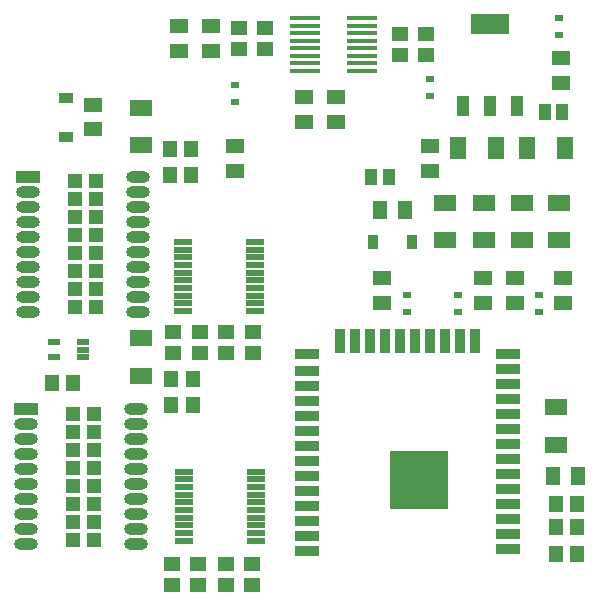
<source format=gtp>
G04*
G04 #@! TF.GenerationSoftware,Altium Limited,Altium Designer,18.1.7 (191)*
G04*
G04 Layer_Color=8421504*
%FSLAX25Y25*%
%MOIN*%
G70*
G01*
G75*
%ADD16R,0.05709X0.04528*%
G04:AMPARAMS|DCode=17|XSize=17.72mil|YSize=62.99mil|CornerRadius=1.95mil|HoleSize=0mil|Usage=FLASHONLY|Rotation=270.000|XOffset=0mil|YOffset=0mil|HoleType=Round|Shape=RoundedRectangle|*
%AMROUNDEDRECTD17*
21,1,0.01772,0.05909,0,0,270.0*
21,1,0.01382,0.06299,0,0,270.0*
1,1,0.00390,-0.02955,-0.00691*
1,1,0.00390,-0.02955,0.00691*
1,1,0.00390,0.02955,0.00691*
1,1,0.00390,0.02955,-0.00691*
%
%ADD17ROUNDEDRECTD17*%
%ADD18R,0.03150X0.02362*%
G04:AMPARAMS|DCode=19|XSize=17.72mil|YSize=41.34mil|CornerRadius=1.95mil|HoleSize=0mil|Usage=FLASHONLY|Rotation=270.000|XOffset=0mil|YOffset=0mil|HoleType=Round|Shape=RoundedRectangle|*
%AMROUNDEDRECTD19*
21,1,0.01772,0.03744,0,0,270.0*
21,1,0.01382,0.04134,0,0,270.0*
1,1,0.00390,-0.01872,-0.00691*
1,1,0.00390,-0.01872,0.00691*
1,1,0.00390,0.01872,0.00691*
1,1,0.00390,0.01872,-0.00691*
%
%ADD19ROUNDEDRECTD19*%
%ADD20R,0.04528X0.05709*%
%ADD21R,0.07874X0.03937*%
%ADD22O,0.07874X0.03937*%
%ADD23R,0.04724X0.04724*%
%ADD24R,0.05906X0.04921*%
%ADD25R,0.07874X0.03543*%
%ADD26R,0.03543X0.07874*%
%ADD27R,0.19685X0.19685*%
%ADD28R,0.04803X0.03602*%
%ADD29R,0.07480X0.05315*%
%ADD30O,0.10039X0.01575*%
%ADD31R,0.05315X0.07480*%
%ADD32R,0.03898X0.05472*%
%ADD33R,0.03937X0.06693*%
%ADD34R,0.12795X0.06693*%
%ADD35R,0.03602X0.04803*%
%ADD36R,0.04921X0.05906*%
D16*
X136762Y-189764D02*
D03*
Y-196850D02*
D03*
X127904Y-189764D02*
D03*
Y-196850D02*
D03*
X118780Y-189764D02*
D03*
Y-196850D02*
D03*
X110187Y-189764D02*
D03*
Y-196850D02*
D03*
X141142Y-11220D02*
D03*
Y-18307D02*
D03*
X132283Y-11220D02*
D03*
Y-18307D02*
D03*
X194882Y-20276D02*
D03*
Y-13189D02*
D03*
X186024Y-20276D02*
D03*
Y-13189D02*
D03*
X128150Y-112598D02*
D03*
Y-119685D02*
D03*
X137008Y-112598D02*
D03*
Y-119685D02*
D03*
X119291Y-112598D02*
D03*
Y-119685D02*
D03*
X110236Y-112598D02*
D03*
Y-119685D02*
D03*
D17*
X113976Y-159154D02*
D03*
Y-161713D02*
D03*
Y-164272D02*
D03*
Y-166831D02*
D03*
Y-169390D02*
D03*
Y-171949D02*
D03*
Y-174508D02*
D03*
Y-177067D02*
D03*
Y-179626D02*
D03*
Y-182185D02*
D03*
X137992Y-159154D02*
D03*
Y-161713D02*
D03*
Y-164272D02*
D03*
Y-166831D02*
D03*
Y-169390D02*
D03*
Y-171949D02*
D03*
Y-174508D02*
D03*
Y-177067D02*
D03*
Y-179626D02*
D03*
Y-182185D02*
D03*
X113583Y-82579D02*
D03*
Y-85138D02*
D03*
Y-87697D02*
D03*
Y-90256D02*
D03*
Y-92815D02*
D03*
Y-95374D02*
D03*
Y-97933D02*
D03*
Y-100492D02*
D03*
Y-103051D02*
D03*
Y-105610D02*
D03*
X137599Y-82579D02*
D03*
Y-85138D02*
D03*
Y-87697D02*
D03*
Y-90256D02*
D03*
Y-92815D02*
D03*
Y-95374D02*
D03*
Y-97933D02*
D03*
Y-100492D02*
D03*
Y-103051D02*
D03*
Y-105610D02*
D03*
D18*
X188543Y-100295D02*
D03*
Y-106004D02*
D03*
X131102Y-30217D02*
D03*
Y-35925D02*
D03*
X196024Y-28346D02*
D03*
Y-34055D02*
D03*
X239173Y-7972D02*
D03*
Y-13681D02*
D03*
X205512Y-100310D02*
D03*
Y-106018D02*
D03*
X232283Y-100110D02*
D03*
Y-105819D02*
D03*
D19*
X80413Y-121063D02*
D03*
Y-118504D02*
D03*
Y-115945D02*
D03*
X70768D02*
D03*
Y-121063D02*
D03*
D20*
X77165Y-129528D02*
D03*
X70079D02*
D03*
X109843Y-137008D02*
D03*
X116929D02*
D03*
X109843Y-128150D02*
D03*
X116929D02*
D03*
X237992Y-177657D02*
D03*
X245079D02*
D03*
X237992Y-169783D02*
D03*
X245079D02*
D03*
X237992Y-186516D02*
D03*
X245079D02*
D03*
X109449Y-51575D02*
D03*
X116535D02*
D03*
X109390Y-60236D02*
D03*
X116476D02*
D03*
D21*
X61417Y-138268D02*
D03*
X62205Y-60827D02*
D03*
D22*
X61417Y-143268D02*
D03*
Y-148268D02*
D03*
Y-153268D02*
D03*
Y-158268D02*
D03*
Y-163268D02*
D03*
Y-168268D02*
D03*
Y-173268D02*
D03*
Y-178268D02*
D03*
Y-183268D02*
D03*
X98032Y-138268D02*
D03*
Y-143268D02*
D03*
Y-148268D02*
D03*
Y-153268D02*
D03*
Y-158268D02*
D03*
Y-163268D02*
D03*
Y-168268D02*
D03*
Y-173268D02*
D03*
Y-178268D02*
D03*
Y-183268D02*
D03*
X98819Y-105827D02*
D03*
Y-100827D02*
D03*
Y-95827D02*
D03*
Y-90827D02*
D03*
Y-85827D02*
D03*
Y-80827D02*
D03*
Y-75827D02*
D03*
Y-70827D02*
D03*
Y-65827D02*
D03*
Y-60827D02*
D03*
X62205Y-105827D02*
D03*
Y-100827D02*
D03*
Y-95827D02*
D03*
Y-90827D02*
D03*
Y-85827D02*
D03*
Y-80827D02*
D03*
Y-75827D02*
D03*
Y-70827D02*
D03*
Y-65827D02*
D03*
D23*
X76917Y-139768D02*
D03*
Y-145768D02*
D03*
Y-151768D02*
D03*
Y-157768D02*
D03*
Y-163768D02*
D03*
Y-169768D02*
D03*
Y-175768D02*
D03*
X83917Y-181768D02*
D03*
Y-175768D02*
D03*
Y-169768D02*
D03*
Y-163768D02*
D03*
Y-157768D02*
D03*
Y-151768D02*
D03*
Y-145768D02*
D03*
Y-139768D02*
D03*
X76917Y-181768D02*
D03*
X77705Y-104327D02*
D03*
X84705Y-62327D02*
D03*
Y-68327D02*
D03*
Y-74327D02*
D03*
Y-80327D02*
D03*
Y-86327D02*
D03*
Y-92327D02*
D03*
Y-98327D02*
D03*
Y-104327D02*
D03*
X77705Y-98327D02*
D03*
Y-92327D02*
D03*
Y-86327D02*
D03*
Y-80327D02*
D03*
Y-74327D02*
D03*
Y-68327D02*
D03*
Y-62327D02*
D03*
D24*
X179921Y-102953D02*
D03*
Y-94685D02*
D03*
X83858Y-36811D02*
D03*
Y-45079D02*
D03*
X123032Y-18898D02*
D03*
Y-10630D02*
D03*
X112402Y-18898D02*
D03*
Y-10630D02*
D03*
X131102Y-58858D02*
D03*
Y-50590D02*
D03*
X196024Y-58858D02*
D03*
Y-50590D02*
D03*
X239567Y-29616D02*
D03*
Y-21348D02*
D03*
X164764Y-34252D02*
D03*
Y-42520D02*
D03*
X153937Y-34252D02*
D03*
Y-42520D02*
D03*
X213779Y-102953D02*
D03*
Y-94685D02*
D03*
X240551Y-102953D02*
D03*
Y-94685D02*
D03*
X224409Y-94685D02*
D03*
Y-102953D02*
D03*
D25*
X155098Y-185433D02*
D03*
Y-180433D02*
D03*
Y-175433D02*
D03*
Y-170433D02*
D03*
X155079Y-165433D02*
D03*
Y-160433D02*
D03*
X155098Y-155433D02*
D03*
Y-150433D02*
D03*
Y-145433D02*
D03*
X155079Y-140433D02*
D03*
Y-135433D02*
D03*
X155098Y-130433D02*
D03*
X155079Y-125433D02*
D03*
X222047Y-185039D02*
D03*
Y-180039D02*
D03*
Y-175039D02*
D03*
Y-170039D02*
D03*
Y-165039D02*
D03*
Y-160039D02*
D03*
Y-155039D02*
D03*
Y-150039D02*
D03*
Y-145039D02*
D03*
Y-140039D02*
D03*
Y-135039D02*
D03*
Y-130039D02*
D03*
Y-125039D02*
D03*
Y-120039D02*
D03*
X155079Y-120079D02*
D03*
D26*
X166024Y-115748D02*
D03*
X171024D02*
D03*
X176024D02*
D03*
X181024D02*
D03*
X186024D02*
D03*
X191024D02*
D03*
X196024D02*
D03*
X201024D02*
D03*
X206024D02*
D03*
X211083D02*
D03*
D27*
X192527Y-161934D02*
D03*
D28*
X74654Y-47451D02*
D03*
Y-34557D02*
D03*
D29*
X99606Y-127274D02*
D03*
Y-114676D02*
D03*
X239173Y-69488D02*
D03*
Y-82087D02*
D03*
X226772Y-69488D02*
D03*
Y-82087D02*
D03*
X213976Y-69488D02*
D03*
Y-82087D02*
D03*
X201181Y-69488D02*
D03*
Y-82087D02*
D03*
X99606Y-50394D02*
D03*
Y-37795D02*
D03*
X238189Y-150251D02*
D03*
Y-137653D02*
D03*
D30*
X173327Y-25482D02*
D03*
Y-22982D02*
D03*
Y-20482D02*
D03*
Y-17982D02*
D03*
Y-15482D02*
D03*
Y-12982D02*
D03*
Y-10482D02*
D03*
Y-7982D02*
D03*
X154232Y-25482D02*
D03*
Y-22982D02*
D03*
Y-20482D02*
D03*
Y-17982D02*
D03*
Y-15482D02*
D03*
Y-12982D02*
D03*
Y-10482D02*
D03*
Y-7982D02*
D03*
D31*
X217913Y-51181D02*
D03*
X205315D02*
D03*
X228543D02*
D03*
X241142D02*
D03*
D32*
X240177Y-39370D02*
D03*
X234232D02*
D03*
X176358Y-61028D02*
D03*
X182303D02*
D03*
D33*
X206890Y-37205D02*
D03*
X215945D02*
D03*
X225000D02*
D03*
D34*
X215945Y-10039D02*
D03*
D35*
X189911Y-82677D02*
D03*
X177018D02*
D03*
D36*
X187598Y-71850D02*
D03*
X179331D02*
D03*
X245276Y-160433D02*
D03*
X237008D02*
D03*
M02*

</source>
